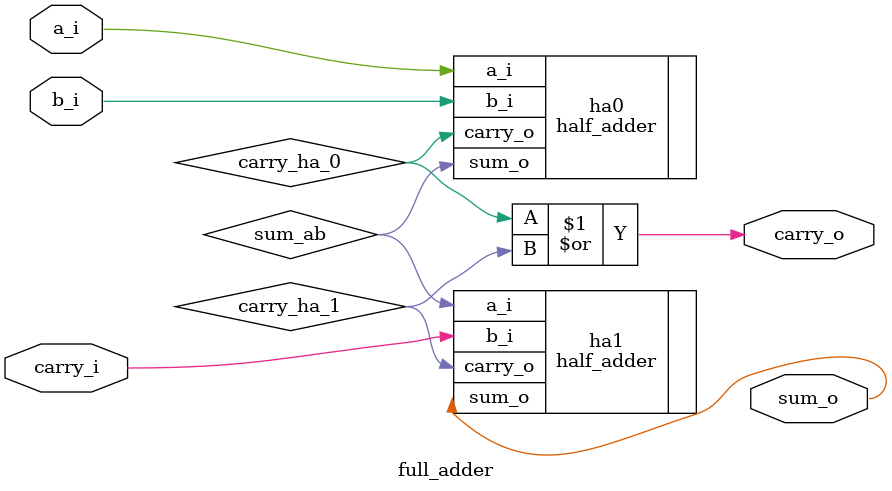
<source format=v>
module full_adder(
    // inputs
    input wire a_i,
    input wire b_i,
    input wire carry_i,
    // outputs
    output wire sum_o,
    output wire carry_o
);

    // internal signals
    wire sum_ab;
    wire carry_ha_0;
    wire carry_ha_1;

    // first half_adder
    half_adder ha0 (
        .a_i(a_i),
        .b_i(b_i),
        .sum_o(sum_ab),
        .carry_o(carry_ha_0)
    );

    // second half_adder
    half_adder ha1 (
        .a_i(sum_ab),
        .b_i(carry_i),
        .sum_o(sum_o),
        .carry_o(carry_ha_1)
    );

    // Carry-Out kombinieren
    assign carry_o = carry_ha_0 | carry_ha_1;

endmodule
</source>
